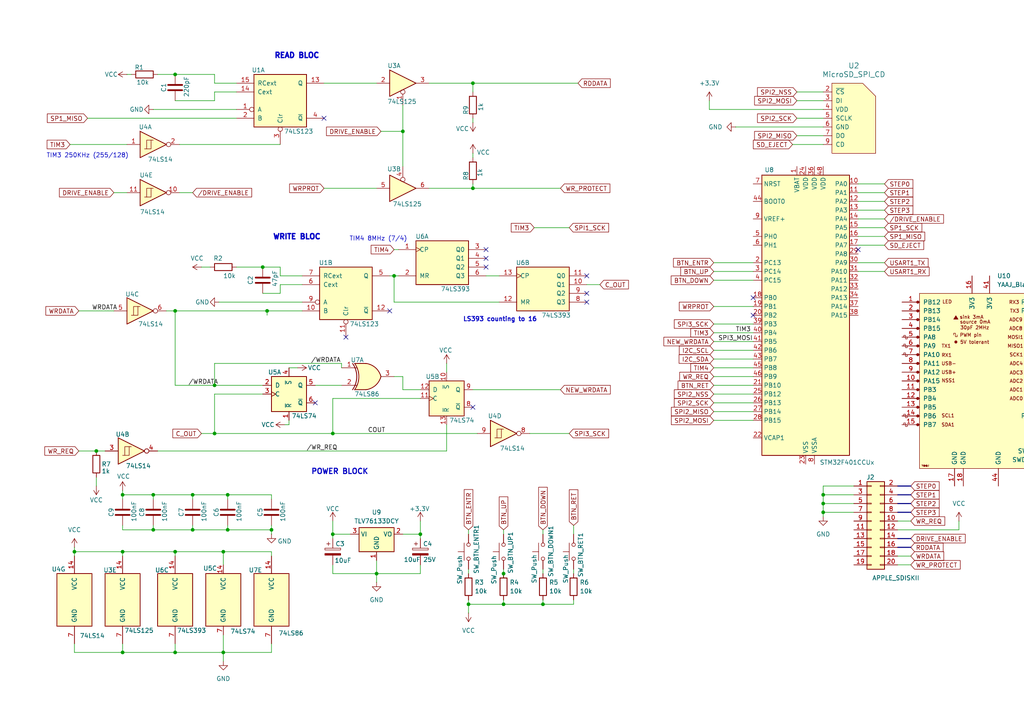
<source format=kicad_sch>
(kicad_sch (version 20231120) (generator "eeschema") (generator_version "8.0")
  (paper "A4")
  (title_block (title "APPLE II DISK EM STM32F401") (rev "17"))
  (junction (at 66.04 143.51))
  (junction (at 44.45 153.67))
  (junction (at 109.22 166.37))
  (junction (at 114.3 80.01))
  (junction (at 62.23 125.73))
  (junction (at 96.52 125.73))
  (junction (at 35.56 160.02))
  (junction (at 76.2 77.47))
  (junction (at 55.88 153.67))
  (junction (at 62.23 111.76))
  (junction (at 50.8 21.59))
  (junction (at 35.56 143.51))
  (junction (at 50.8 90.17))
  (junction (at 55.88 143.51))
  (junction (at 77.47 90.17))
  (junction (at 44.45 143.51))
  (junction (at 137.16 24.13))
  (junction (at 50.8 189.23))
  (junction (at 137.16 54.61))
  (junction (at 66.04 153.67))
  (junction (at 238.76 146.05))
  (junction (at 50.8 160.02))
  (junction (at 64.77 189.23))
  (junction (at 146.05 175.26))
  (junction (at 157.48 175.26))
  (junction (at 135.89 175.26))
  (junction (at 21.59 160.02))
  (junction (at 146.05 166.37))
  (junction (at 121.92 154.94))
  (junction (at 35.56 189.23))
  (junction (at 116.84 38.1))
  (junction (at 27.94 130.81))
  (junction (at 64.77 160.02))
  (junction (at 238.76 143.51))
  (junction (at 78.74 153.67))
  (junction (at 96.52 154.94))
  (junction (at 238.76 148.59))
  (no_connect (at 218.44 91.44))
  (no_connect (at 248.92 72.39))
  (no_connect (at 137.16 118.11))
  (no_connect (at 140.97 72.39))
  (no_connect (at 91.44 116.84))
  (no_connect (at 170.18 80.01))
  (no_connect (at 140.97 77.47))
  (no_connect (at 113.03 90.17))
  (no_connect (at 93.98 34.29))
  (no_connect (at 140.97 74.93))
  (no_connect (at 218.44 86.36))
  (no_connect (at 170.18 85.09))
  (no_connect (at 100.33 97.79))
  (no_connect (at 170.18 87.63))
  (wire (pts (xy 35.56 152.4) (xy 35.56 153.67)))
  (wire (pts (xy 35.56 186.69) (xy 35.56 189.23)))
  (wire (pts (xy 81.28 80.01) (xy 81.28 77.47)))
  (wire (pts (xy 109.22 162.56) (xy 109.22 166.37)))
  (wire (pts (xy 135.89 153.67) (xy 135.89 154.94)))
  (wire (pts (xy 124.46 54.61) (xy 137.16 54.61)))
  (wire (pts (xy 157.48 153.67) (xy 157.48 154.94)))
  (wire (pts (xy 116.84 113.03) (xy 116.84 109.22)))
  (wire (pts (xy 129.54 123.19) (xy 129.54 130.81)))
  (wire (pts (xy 248.92 60.96) (xy 256.54 60.96)))
  (wire (pts (xy 62.23 125.73) (xy 96.52 125.73)))
  (wire (pts (xy 137.16 113.03) (xy 162.56 113.03)))
  (wire (pts (xy 50.8 161.29) (xy 50.8 160.02)))
  (wire (pts (xy 116.84 109.22) (xy 114.3 109.22)))
  (wire (pts (xy 96.52 166.37) (xy 109.22 166.37)))
  (wire (pts (xy 52.07 55.88) (xy 55.88 55.88)))
  (wire (pts (xy 64.77 160.02) (xy 78.74 160.02)))
  (wire (pts (xy 166.37 165.1) (xy 166.37 166.37)))
  (wire (pts (xy 238.76 148.59) (xy 238.76 149.86)))
  (wire (pts (xy 77.47 90.17) (xy 77.47 91.44)))
  (wire (pts (xy 36.83 21.59) (xy 38.1 21.59)))
  (wire (pts (xy 35.56 161.29) (xy 35.56 160.02)))
  (wire (pts (xy 50.8 111.76) (xy 62.23 111.76)))
  (wire (pts (xy 137.16 44.45) (xy 137.16 45.72)))
  (wire (pts (xy 20.32 41.91) (xy 36.83 41.91)))
  (wire (pts (xy 153.67 125.73) (xy 165.1 125.73)))
  (wire (pts (xy 207.01 93.98) (xy 218.44 93.98)))
  (wire (pts (xy 96.52 125.73) (xy 138.43 125.73)))
  (wire (pts (xy 260.35 153.67) (xy 278.13 153.67)))
  (wire (pts (xy 248.92 53.34) (xy 256.54 53.34)))
  (wire (pts (xy 77.47 90.17) (xy 50.8 90.17)))
  (wire (pts (xy 116.84 154.94) (xy 121.92 154.94)))
  (wire (pts (xy 78.74 161.29) (xy 78.74 160.02)))
  (wire (pts (xy 116.84 38.1) (xy 116.84 48.26)))
  (wire (pts (xy 55.88 144.78) (xy 55.88 143.51)))
  (wire (pts (xy 21.59 158.75) (xy 21.59 160.02)))
  (wire (pts (xy 213.36 36.83) (xy 238.76 36.83)))
  (wire (pts (xy 137.16 24.13) (xy 137.16 26.67)))
  (wire (pts (xy 96.52 163.83) (xy 96.52 166.37)))
  (wire (pts (xy 238.76 143.51) (xy 247.65 143.51)))
  (wire (pts (xy 50.8 29.21) (xy 62.23 29.21)))
  (wire (pts (xy 35.56 189.23) (xy 50.8 189.23)))
  (wire (pts (xy 110.49 38.1) (xy 116.84 38.1)))
  (wire (pts (xy 207.01 76.2) (xy 218.44 76.2)))
  (wire (pts (xy 207.01 99.06) (xy 218.44 99.06)))
  (wire (pts (xy 35.56 143.51) (xy 35.56 144.78)))
  (wire (pts (xy 238.76 146.05) (xy 238.76 148.59)))
  (wire (pts (xy 62.23 29.21) (xy 62.23 26.67)))
  (wire (pts (xy 109.22 166.37) (xy 109.22 168.91)))
  (wire (pts (xy 137.16 54.61) (xy 162.56 54.61)))
  (wire (pts (xy 121.92 115.57) (xy 96.52 115.57)))
  (wire (pts (xy 55.88 152.4) (xy 55.88 153.67)))
  (wire (pts (xy 116.84 113.03) (xy 121.92 113.03)))
  (wire (pts (xy 146.05 165.1) (xy 146.05 166.37)))
  (wire (pts (xy 248.92 78.74) (xy 256.54 78.74)))
  (wire (pts (xy 137.16 53.34) (xy 137.16 54.61)))
  (wire (pts (xy 22.86 130.81) (xy 27.94 130.81)))
  (wire (pts (xy 140.97 80.01) (xy 144.78 80.01)))
  (wire (pts (xy 64.77 189.23) (xy 64.77 191.77)))
  (wire (pts (xy 248.92 63.5) (xy 256.54 63.5)))
  (wire (pts (xy 238.76 143.51) (xy 238.76 146.05)))
  (bus (pts (xy 260.35 143.51) (xy 264.16 143.51)))
  (wire (pts (xy 87.63 87.63) (xy 63.5 87.63)))
  (wire (pts (xy 78.74 186.69) (xy 78.74 189.23)))
  (wire (pts (xy 83.82 123.19) (xy 83.82 121.92)))
  (wire (pts (xy 157.48 175.26) (xy 166.37 175.26)))
  (bus (pts (xy 260.35 146.05) (xy 264.16 146.05)))
  (wire (pts (xy 62.23 24.13) (xy 68.58 24.13)))
  (bus (pts (xy 260.35 158.75) (xy 264.16 158.75)))
  (wire (pts (xy 21.59 161.29) (xy 21.59 160.02)))
  (wire (pts (xy 207.01 109.22) (xy 218.44 109.22)))
  (wire (pts (xy 35.56 142.24) (xy 35.56 143.51)))
  (wire (pts (xy 231.14 29.21) (xy 238.76 29.21)))
  (wire (pts (xy 248.92 76.2) (xy 256.54 76.2)))
  (wire (pts (xy 66.04 153.67) (xy 78.74 153.67)))
  (wire (pts (xy 247.65 140.97) (xy 238.76 140.97)))
  (wire (pts (xy 137.16 34.29) (xy 137.16 35.56)))
  (wire (pts (xy 114.3 80.01) (xy 115.57 80.01)))
  (wire (pts (xy 207.01 106.68) (xy 218.44 106.68)))
  (wire (pts (xy 52.07 41.91) (xy 81.28 41.91)))
  (wire (pts (xy 205.74 29.21) (xy 205.74 31.75)))
  (wire (pts (xy 114.3 72.39) (xy 115.57 72.39)))
  (wire (pts (xy 121.92 151.13) (xy 121.92 154.94)))
  (wire (pts (xy 66.04 144.78) (xy 66.04 143.51)))
  (wire (pts (xy 35.56 153.67) (xy 44.45 153.67)))
  (wire (pts (xy 146.05 167.64) (xy 146.05 166.37)))
  (wire (pts (xy 78.74 144.78) (xy 78.74 143.51)))
  (wire (pts (xy 27.94 138.43) (xy 27.94 140.97)))
  (wire (pts (xy 62.23 105.41) (xy 62.23 111.76)))
  (wire (pts (xy 91.44 111.76) (xy 99.06 111.76)))
  (wire (pts (xy 121.92 163.83) (xy 121.92 166.37)))
  (wire (pts (xy 76.2 85.09) (xy 81.28 85.09)))
  (wire (pts (xy 146.05 153.67) (xy 146.05 154.94)))
  (wire (pts (xy 207.01 114.3) (xy 218.44 114.3)))
  (wire (pts (xy 78.74 152.4) (xy 78.74 153.67)))
  (wire (pts (xy 62.23 26.67) (xy 68.58 26.67)))
  (wire (pts (xy 81.28 85.09) (xy 81.28 82.55)))
  (wire (pts (xy 62.23 114.3) (xy 62.23 125.73)))
  (wire (pts (xy 78.74 189.23) (xy 64.77 189.23)))
  (bus (pts (xy 260.35 156.21) (xy 264.16 156.21)))
  (wire (pts (xy 146.05 175.26) (xy 135.89 175.26)))
  (wire (pts (xy 96.52 154.94) (xy 96.52 156.21)))
  (wire (pts (xy 238.76 146.05) (xy 247.65 146.05)))
  (wire (pts (xy 146.05 173.99) (xy 146.05 175.26)))
  (wire (pts (xy 260.35 151.13) (xy 264.16 151.13)))
  (wire (pts (xy 50.8 160.02) (xy 35.56 160.02)))
  (wire (pts (xy 207.01 101.6) (xy 218.44 101.6)))
  (wire (pts (xy 64.77 163.83) (xy 64.77 160.02)))
  (wire (pts (xy 68.58 31.75) (xy 44.45 31.75)))
  (wire (pts (xy 166.37 152.4) (xy 166.37 154.94)))
  (wire (pts (xy 64.77 184.15) (xy 64.77 189.23)))
  (wire (pts (xy 62.23 21.59) (xy 62.23 24.13)))
  (wire (pts (xy 68.58 77.47) (xy 76.2 77.47)))
  (wire (pts (xy 22.86 90.17) (xy 33.02 90.17)))
  (wire (pts (xy 114.3 87.63) (xy 114.3 80.01)))
  (wire (pts (xy 121.92 166.37) (xy 109.22 166.37)))
  (wire (pts (xy 66.04 152.4) (xy 66.04 153.67)))
  (wire (pts (xy 78.74 153.67) (xy 78.74 154.94)))
  (wire (pts (xy 45.72 130.81) (xy 129.54 130.81)))
  (wire (pts (xy 99.06 105.41) (xy 99.06 106.68)))
  (wire (pts (xy 207.01 96.52) (xy 218.44 96.52)))
  (wire (pts (xy 137.16 24.13) (xy 167.64 24.13)))
  (wire (pts (xy 278.13 151.13) (xy 278.13 153.67)))
  (wire (pts (xy 207.01 81.28) (xy 218.44 81.28)))
  (wire (pts (xy 116.84 38.1) (xy 116.84 30.48)))
  (wire (pts (xy 166.37 173.99) (xy 166.37 175.26)))
  (wire (pts (xy 96.52 151.13) (xy 96.52 154.94)))
  (wire (pts (xy 21.59 160.02) (xy 35.56 160.02)))
  (wire (pts (xy 248.92 58.42) (xy 256.54 58.42)))
  (wire (pts (xy 205.74 31.75) (xy 238.76 31.75)))
  (wire (pts (xy 33.02 55.88) (xy 36.83 55.88)))
  (wire (pts (xy 87.63 80.01) (xy 81.28 80.01)))
  (wire (pts (xy 101.6 154.94) (xy 96.52 154.94)))
  (wire (pts (xy 207.01 88.9) (xy 218.44 88.9)))
  (wire (pts (xy 50.8 21.59) (xy 62.23 21.59)))
  (wire (pts (xy 62.23 105.41) (xy 99.06 105.41)))
  (wire (pts (xy 50.8 160.02) (xy 64.77 160.02)))
  (wire (pts (xy 62.23 111.76) (xy 76.2 111.76)))
  (wire (pts (xy 50.8 90.17) (xy 50.8 111.76)))
  (wire (pts (xy 207.01 104.14) (xy 218.44 104.14)))
  (bus (pts (xy 260.35 148.59) (xy 264.16 148.59)))
  (wire (pts (xy 146.05 175.26) (xy 157.48 175.26)))
  (wire (pts (xy 207.01 119.38) (xy 218.44 119.38)))
  (wire (pts (xy 260.35 163.83) (xy 264.16 163.83)))
  (wire (pts (xy 231.14 39.37) (xy 238.76 39.37)))
  (wire (pts (xy 248.92 71.12) (xy 256.54 71.12)))
  (wire (pts (xy 55.88 153.67) (xy 66.04 153.67)))
  (wire (pts (xy 207.01 121.92) (xy 218.44 121.92)))
  (wire (pts (xy 50.8 90.17) (xy 48.26 90.17)))
  (wire (pts (xy 25.4 34.29) (xy 68.58 34.29)))
  (wire (pts (xy 157.48 173.99) (xy 157.48 175.26)))
  (wire (pts (xy 238.76 148.59) (xy 247.65 148.59)))
  (wire (pts (xy 207.01 78.74) (xy 218.44 78.74)))
  (wire (pts (xy 77.47 90.17) (xy 87.63 90.17)))
  (wire (pts (xy 157.48 165.1) (xy 157.48 166.37)))
  (wire (pts (xy 207.01 116.84) (xy 218.44 116.84)))
  (wire (pts (xy 44.45 144.78) (xy 44.45 143.51)))
  (wire (pts (xy 248.92 68.58) (xy 256.54 68.58)))
  (wire (pts (xy 129.54 105.41) (xy 129.54 107.95)))
  (wire (pts (xy 135.89 175.26) (xy 135.89 177.8)))
  (wire (pts (xy 58.42 125.73) (xy 62.23 125.73)))
  (wire (pts (xy 82.55 123.19) (xy 83.82 123.19)))
  (wire (pts (xy 93.98 24.13) (xy 109.22 24.13)))
  (wire (pts (xy 113.03 80.01) (xy 114.3 80.01)))
  (wire (pts (xy 248.92 55.88) (xy 256.54 55.88)))
  (wire (pts (xy 93.98 54.61) (xy 109.22 54.61)))
  (wire (pts (xy 62.23 114.3) (xy 76.2 114.3)))
  (wire (pts (xy 45.72 21.59) (xy 50.8 21.59)))
  (wire (pts (xy 50.8 189.23) (xy 64.77 189.23)))
  (wire (pts (xy 81.28 77.47) (xy 76.2 77.47)))
  (wire (pts (xy 81.28 82.55) (xy 87.63 82.55)))
  (wire (pts (xy 44.45 153.67) (xy 55.88 153.67)))
  (wire (pts (xy 83.82 106.68) (xy 86.36 106.68)))
  (wire (pts (xy 207.01 111.76) (xy 218.44 111.76)))
  (wire (pts (xy 231.14 26.67) (xy 238.76 26.67)))
  (wire (pts (xy 50.8 186.69) (xy 50.8 189.23)))
  (bus (pts (xy 260.35 140.97) (xy 264.16 140.97)))
  (wire (pts (xy 170.18 82.55) (xy 173.99 82.55)))
  (wire (pts (xy 248.92 66.04) (xy 256.54 66.04)))
  (wire (pts (xy 44.45 152.4) (xy 44.45 153.67)))
  (wire (pts (xy 96.52 115.57) (xy 96.52 125.73)))
  (wire (pts (xy 135.89 173.99) (xy 135.89 175.26)))
  (wire (pts (xy 135.89 165.1) (xy 135.89 166.37)))
  (wire (pts (xy 260.35 161.29) (xy 264.16 161.29)))
  (wire (pts (xy 44.45 143.51) (xy 35.56 143.51)))
  (wire (pts (xy 66.04 143.51) (xy 55.88 143.51)))
  (wire (pts (xy 154.94 66.04) (xy 165.1 66.04)))
  (wire (pts (xy 58.42 77.47) (xy 60.96 77.47)))
  (wire (pts (xy 238.76 140.97) (xy 238.76 143.51)))
  (wire (pts (xy 55.88 143.51) (xy 44.45 143.51)))
  (wire (pts (xy 121.92 154.94) (xy 121.92 156.21)))
  (wire (pts (xy 144.78 87.63) (xy 114.3 87.63)))
  (wire (pts (xy 124.46 24.13) (xy 137.16 24.13)))
  (wire (pts (xy 21.59 186.69) (xy 21.59 189.23)))
  (wire (pts (xy 231.14 34.29) (xy 238.76 34.29)))
  (wire (pts (xy 27.94 130.81) (xy 30.48 130.81)))
  (wire (pts (xy 229.87 41.91) (xy 238.76 41.91)))
  (wire (pts (xy 21.59 189.23) (xy 35.56 189.23)))
  (wire (pts (xy 78.74 143.51) (xy 66.04 143.51)))
  (text "READ BLOC\n" (at 86.106 16.256 0) (effects (font (size 1.524 1.524) (thickness 0.508) (bold yes))))
  (text "LS393 counting to 16" (at 145.034 92.71 0) (effects (font (size 1.27 1.27) (bold yes))))
  (text "WRITE BLOC\n" (at 86.106 68.834 0) (effects (font (size 1.524 1.524) (thickness 0.508) (bold yes))))
  (text "POWER BLOCK" (at 98.552 136.906 0) (effects (font (size 1.524 1.524) (thickness 0.3048) (bold yes))))
  (text "TIM3 250KHz (255/128)" (at 25.4 45.212 0) (effects (font (size 1.27 1.27))))
  (text "TIM4 8MHz (7/4)" (at 109.728 69.342 0) (effects (font (size 1.27 1.27))))
  (label "WRDATA" (at 26.67 90.17 0))
  (label "SPI3_MOSI" (at 208.28 99.06 0))
  (label "{slash}WRDATA" (at 54.61 111.76 0))
  (label "{slash}WR_REQ" (at 88.9 130.81 0))
  (label "TIM3" (at 213.36 96.52 0))
  (label "{slash}WRDATA" (at 90.17 105.41 0))
  (label "COUT" (at 106.68 125.73 0))
  (global_label "SPI2_MOSI" (shape input) (at 207.01 121.92 180) (property "Intersheetrefs" "${INTERSHEET_REFS}" (effects (hide yes))))
  (global_label "STEP3" (shape input) (at 264.16 148.59 0) (property "Intersheetrefs" "${INTERSHEET_REFS}" (effects (hide yes))))
  (global_label "TIM3" (shape input) (at 20.32 41.91 180) (property "Intersheetrefs" "${INTERSHEET_REFS}" (effects (hide yes))))
  (global_label "WR_REQ" (shape input) (at 22.86 130.81 180) (property "Intersheetrefs" "${INTERSHEET_REFS}" (effects (hide yes))))
  (global_label "STEP2" (shape input) (at 256.54 58.42 0) (property "Intersheetrefs" "${INTERSHEET_REFS}" (effects (hide yes))))
  (global_label "BTN_DOWN" (shape input) (at 207.01 81.28 180) (property "Intersheetrefs" "${INTERSHEET_REFS}" (effects (hide yes))))
  (global_label "SP1_SCK" (shape input) (at 256.54 66.04 0) (property "Intersheetrefs" "${INTERSHEET_REFS}" (effects (hide yes))))
  (global_label "STEP0" (shape input) (at 264.16 140.97 0) (property "Intersheetrefs" "${INTERSHEET_REFS}" (effects (hide yes))))
  (global_label "NEW_WRDATA" (shape input) (at 162.56 113.03 0) (property "Intersheetrefs" "${INTERSHEET_REFS}" (effects (hide yes))))
  (global_label "WRPROT" (shape input) (at 93.98 54.61 180) (property "Intersheetrefs" "${INTERSHEET_REFS}" (effects (hide yes))))
  (global_label "TIM3" (shape input) (at 207.01 96.52 180) (property "Intersheetrefs" "${INTERSHEET_REFS}" (effects (hide yes))))
  (global_label "SP1_MISO" (shape input) (at 256.54 68.58 0) (property "Intersheetrefs" "${INTERSHEET_REFS}" (effects (hide yes))))
  (global_label "STEP2" (shape input) (at 264.16 146.05 0) (property "Intersheetrefs" "${INTERSHEET_REFS}" (effects (hide yes))))
  (global_label "TIM4" (shape input) (at 114.3 72.39 180) (property "Intersheetrefs" "${INTERSHEET_REFS}" (effects (hide yes))))
  (global_label "BTN_UP" (shape input) (at 207.01 78.74 180) (property "Intersheetrefs" "${INTERSHEET_REFS}" (effects (hide yes))))
  (global_label "STEP1" (shape input) (at 256.54 55.88 0) (property "Intersheetrefs" "${INTERSHEET_REFS}" (effects (hide yes))))
  (global_label "TIM3" (shape input) (at 154.94 66.04 180) (property "Intersheetrefs" "${INTERSHEET_REFS}" (effects (hide yes))))
  (global_label "STEP3" (shape input) (at 256.54 60.96 0) (property "Intersheetrefs" "${INTERSHEET_REFS}" (effects (hide yes))))
  (global_label "BTN_UP" (shape input) (at 146.05 153.67 90) (property "Intersheetrefs" "${INTERSHEET_REFS}" (effects (hide yes))))
  (global_label "WRDATA" (shape input) (at 22.86 90.17 180) (property "Intersheetrefs" "${INTERSHEET_REFS}" (effects (hide yes))))
  (global_label "SPI2_MISO" (shape input) (at 207.01 119.38 180) (property "Intersheetrefs" "${INTERSHEET_REFS}" (effects (hide yes))))
  (global_label "SD_EJECT" (shape input) (at 229.87 41.91 180) (property "Intersheetrefs" "${INTERSHEET_REFS}" (effects (hide yes))))
  (global_label "BTN_RET" (shape input) (at 207.01 111.76 180) (property "Intersheetrefs" "${INTERSHEET_REFS}" (effects (hide yes))))
  (global_label "TIM4" (shape input) (at 207.01 106.68 180) (property "Intersheetrefs" "${INTERSHEET_REFS}" (effects (hide yes))))
  (global_label "{slash}DRIVE_ENABLE" (shape input) (at 256.54 63.5 0) (property "Intersheetrefs" "${INTERSHEET_REFS}" (effects (hide yes))))
  (global_label "WRDATA" (shape input) (at 264.16 161.29 0) (property "Intersheetrefs" "${INTERSHEET_REFS}" (effects (hide yes))))
  (global_label "STEP0" (shape input) (at 256.54 53.34 0) (property "Intersheetrefs" "${INTERSHEET_REFS}" (effects (hide yes))))
  (global_label "RDDATA" (shape input) (at 264.16 158.75 0) (property "Intersheetrefs" "${INTERSHEET_REFS}" (effects (hide yes))))
  (global_label "I2C_SCL" (shape input) (at 207.01 101.6 180) (property "Intersheetrefs" "${INTERSHEET_REFS}" (effects (hide yes))))
  (global_label "{slash}DRIVE_ENABLE" (shape input) (at 55.88 55.88 0) (property "Intersheetrefs" "${INTERSHEET_REFS}" (effects (hide yes))))
  (global_label "WR_REQ" (shape input) (at 264.16 151.13 0) (property "Intersheetrefs" "${INTERSHEET_REFS}" (effects (hide yes))))
  (global_label "BTN_ENTR" (shape input) (at 207.01 76.2 180) (property "Intersheetrefs" "${INTERSHEET_REFS}" (effects (hide yes))))
  (global_label "C_OUT" (shape input) (at 173.99 82.55 0) (property "Intersheetrefs" "${INTERSHEET_REFS}" (effects (hide yes))))
  (global_label "SPI2_SCK" (shape input) (at 231.14 34.29 180) (property "Intersheetrefs" "${INTERSHEET_REFS}" (effects (hide yes))))
  (global_label "SPI1_SCK" (shape input) (at 165.1 66.04 0) (property "Intersheetrefs" "${INTERSHEET_REFS}" (effects (hide yes))))
  (global_label "WRPROT" (shape input) (at 207.01 88.9 180) (property "Intersheetrefs" "${INTERSHEET_REFS}" (effects (hide yes))))
  (global_label "USART1_TX" (shape input) (at 256.54 76.2 0) (property "Intersheetrefs" "${INTERSHEET_REFS}" (effects (hide yes))))
  (global_label "USART1_RX" (shape input) (at 256.54 78.74 0) (property "Intersheetrefs" "${INTERSHEET_REFS}" (effects (hide yes))))
  (global_label "SPI2_NSS" (shape input) (at 207.01 114.3 180) (property "Intersheetrefs" "${INTERSHEET_REFS}" (effects (hide yes))))
  (global_label "SPI2_MOSI" (shape input) (at 231.14 29.21 180) (property "Intersheetrefs" "${INTERSHEET_REFS}" (effects (hide yes))))
  (global_label "WR_PROTECT" (shape input) (at 264.16 163.83 0) (property "Intersheetrefs" "${INTERSHEET_REFS}" (effects (hide yes))))
  (global_label "I2C_SDA" (shape input) (at 207.01 104.14 180) (property "Intersheetrefs" "${INTERSHEET_REFS}" (effects (hide yes))))
  (global_label "SPI2_MISO" (shape input) (at 231.14 39.37 180) (property "Intersheetrefs" "${INTERSHEET_REFS}" (effects (hide yes))))
  (global_label "SP1_MISO" (shape input) (at 25.4 34.29 180) (property "Intersheetrefs" "${INTERSHEET_REFS}" (effects (hide yes))))
  (global_label "C_OUT" (shape input) (at 58.42 125.73 180) (property "Intersheetrefs" "${INTERSHEET_REFS}" (effects (hide yes))))
  (global_label "DRIVE_ENABLE" (shape input) (at 110.49 38.1 180) (property "Intersheetrefs" "${INTERSHEET_REFS}" (effects (hide yes))))
  (global_label "DRIVE_ENABLE" (shape input) (at 33.02 55.88 180) (property "Intersheetrefs" "${INTERSHEET_REFS}" (effects (hide yes))))
  (global_label "SPI3_SCK" (shape input) (at 165.1 125.73 0) (property "Intersheetrefs" "${INTERSHEET_REFS}" (effects (hide yes))))
  (global_label "SPI2_SCK" (shape input) (at 207.01 116.84 180) (property "Intersheetrefs" "${INTERSHEET_REFS}" (effects (hide yes))))
  (global_label "WR_PROTECT" (shape input) (at 162.56 54.61 0) (property "Intersheetrefs" "${INTERSHEET_REFS}" (effects (hide yes))))
  (global_label "BTN_ENTR" (shape input) (at 135.89 153.67 90) (property "Intersheetrefs" "${INTERSHEET_REFS}" (effects (hide yes))))
  (global_label "STEP1" (shape input) (at 264.16 143.51 0) (property "Intersheetrefs" "${INTERSHEET_REFS}" (effects (hide yes))))
  (global_label "NEW_WRDATA" (shape input) (at 207.01 99.06 180) (property "Intersheetrefs" "${INTERSHEET_REFS}" (effects (hide yes))))
  (global_label "WR_REQ" (shape input) (at 207.01 109.22 180) (property "Intersheetrefs" "${INTERSHEET_REFS}" (effects (hide yes))))
  (global_label "BTN_RET" (shape input) (at 166.37 152.4 90) (property "Intersheetrefs" "${INTERSHEET_REFS}" (effects (hide yes))))
  (global_label "SD_EJECT" (shape input) (at 256.54 71.12 0) (property "Intersheetrefs" "${INTERSHEET_REFS}" (effects (hide yes))))
  (global_label "SPI3_SCK" (shape input) (at 207.01 93.98 180) (property "Intersheetrefs" "${INTERSHEET_REFS}" (effects (hide yes))))
  (global_label "RDDATA" (shape input) (at 167.64 24.13 0) (property "Intersheetrefs" "${INTERSHEET_REFS}" (effects (hide yes))))
  (global_label "DRIVE_ENABLE" (shape input) (at 264.16 156.21 0) (property "Intersheetrefs" "${INTERSHEET_REFS}" (effects (hide yes))))
  (global_label "SPI2_NSS" (shape input) (at 231.14 26.67 180) (property "Intersheetrefs" "${INTERSHEET_REFS}" (effects (hide yes))))
  (global_label "BTN_DOWN" (shape input) (at 157.48 153.67 90) (property "Intersheetrefs" "${INTERSHEET_REFS}" (effects (hide yes))))
  (symbol (lib_id "74xx:74LS14") (at 21.59 173.99 0) (unit 7)
    (property "Reference" "U4" (at 14.986 165.1 0) (effects (justify left)))
    (property "Value" "74LS14" (at 23.114 184.404 0) (effects (justify left)))
    (property "Footprint" "Package_DIP:DIP-14_W7.62mm" (effects (hide yes)))
    (property "Datasheet" "http://www.ti.com/lit/gpn/sn74LS14" (effects (hide yes)))
    (property "Description" "Hex inverter schmitt trigger" (effects (hide yes)))
  )
  (symbol (lib_id "Device:R") (at 166.37 170.18 0) (unit 1)
    (property "Reference" "R6" (at 168.148 168.91 0) (effects (justify left)))
    (property "Value" "10k" (at 168.148 171.45 0) (effects (justify left)))
    (property "Footprint" "Resistor_THT:R_Axial_DIN0207_L6.3mm_D2.5mm_P7.62mm_Horizontal" (effects (hide yes)))
    (property "Description" "Resistor" (effects (hide yes)))
  )
  (symbol (lib_id "MCU_ST_STM32F4:STM32F401CCUx") (at 233.68 91.44 0) (unit 1)
    (property "Reference" "U8" (at 221.742 49.276 0) (effects (justify left)))
    (property "Value" "STM32F401CCUx" (at 237.744 134.112 0) (effects (justify left)))
    (property "Footprint" "Package_DFN_QFN:QFN-48-1EP_7x7mm_P0.5mm_EP5.6x5.6mm" (effects (hide yes)))
    (property "Datasheet" "https://www.st.com/resource/en/datasheet/stm32f401cc.pdf" (effects (hide yes)))
    (property "Description" "STMicroelectronics Arm Cortex-M4 MCU, 256KB flash, 64KB RAM, 84 MHz, 1.7-3.6V, 36 GPIO, UFQFPN48" (effects (hide yes)))
  )
  (symbol (lib_id "power:VCC") (at 137.16 35.56 180) (unit 1)
    (property "Reference" "#PWR06" (effects (hide yes)))
    (property "Value" "VCC" (at 134.112 37.338 0))
    (property "Description" "Power symbol creates a global label with name \"VCC\"" (effects (hide yes)))
  )
  (symbol (lib_id "74xx:74LS123") (at 100.33 85.09 0) (unit 2)
    (property "Reference" "U1" (at 94.488 76.2 0))
    (property "Value" "74LS123" (at 105.664 93.98 0))
    (property "Footprint" "Package_DIP:DIP-16_W7.62mm" (effects (hide yes)))
    (property "Datasheet" "http://www.ti.com/lit/gpn/sn74LS123" (effects (hide yes)))
    (property "Description" "Dual retriggerable Monostable" (effects (hide yes)))
  )
  (symbol (lib_id "power:GND") (at 44.45 31.75 270) (unit 1)
    (property "Reference" "#PWR04" (effects (hide yes)))
    (property "Value" "GND" (at 39.624 31.75 90))
    (property "Description" "Power symbol creates a global label with name \"GND\" , ground" (effects (hide yes)))
  )
  (symbol (lib_id "74xx:74LS125") (at 116.84 54.61 0) (mirror x) (unit 2)
    (property "Reference" "U3" (at 114.3 49.022 0))
    (property "Value" "74LS125" (at 118.11 59.182 0))
    (property "Footprint" "Package_DIP:DIP-14_W7.62mm" (effects (hide yes)))
    (property "Datasheet" "http://www.ti.com/lit/gpn/sn74LS125" (effects (hide yes)))
    (property "Description" "Quad buffer 3-State outputs" (effects (hide yes)))
  )
  (symbol (lib_id "74xx:74LS14") (at 44.45 55.88 0) (unit 5)
    (property "Reference" "U4" (at 42.418 50.8 0))
    (property "Value" "74LS14" (at 44.196 61.468 0))
    (property "Footprint" "Package_DIP:DIP-14_W7.62mm" (effects (hide yes)))
    (property "Datasheet" "http://www.ti.com/lit/gpn/sn74LS14" (effects (hide yes)))
    (property "Description" "Hex inverter schmitt trigger" (effects (hide yes)))
  )
  (symbol (lib_id "power:GND") (at 64.77 191.77 0) (unit 1)
    (property "Reference" "#PWR03" (effects (hide yes)))
    (property "Value" "GND" (at 64.77 196.85 0))
    (property "Description" "Power symbol creates a global label with name \"GND\" , ground" (effects (hide yes)))
  )
  (symbol (lib_id "74xx:74LS14") (at 40.64 90.17 0) (unit 3)
    (property "Reference" "U4" (at 38.354 85.344 0))
    (property "Value" "74LS14" (at 43.688 93.98 0))
    (property "Footprint" "Package_DIP:DIP-14_W7.62mm" (effects (hide yes)))
    (property "Datasheet" "http://www.ti.com/lit/gpn/sn74LS14" (effects (hide yes)))
    (property "Description" "Hex inverter schmitt trigger" (effects (hide yes)))
  )
  (symbol (lib_id "74xx:74LS393") (at 50.8 173.99 0) (unit 3)
    (property "Reference" "U6" (at 44.958 165.354 0) (effects (justify left)))
    (property "Value" "74LS393" (at 51.308 182.88 0) (effects (justify left)))
    (property "Footprint" "Package_DIP:DIP-14_W7.62mm" (effects (hide yes)))
    (property "Datasheet" "74xx\\74LS393.pdf" (effects (hide yes)))
    (property "Description" "Dual BCD 4-bit counter" (effects (hide yes)))
  )
  (symbol (lib_id "Device:R") (at 135.89 170.18 0) (unit 1)
    (property "Reference" "R3" (at 137.668 168.91 0) (effects (justify left)))
    (property "Value" "10k" (at 137.668 171.45 0) (effects (justify left)))
    (property "Footprint" "Resistor_THT:R_Axial_DIN0207_L6.3mm_D2.5mm_P7.62mm_Horizontal" (effects (hide yes)))
    (property "Description" "Resistor" (effects (hide yes)))
  )
  (symbol (lib_id "Device:C_Polarized") (at 121.92 160.02 0) (unit 1)
    (property "Reference" "C4" (at 122.682 157.734 0) (effects (justify left)))
    (property "Value" "10uF 25V" (at 117.094 162.306 0) (effects (justify left)))
    (property "Footprint" "Capacitor_THT:CP_Radial_D5.0mm_P2.50mm" (effects (hide yes)))
    (property "Description" "Polarized capacitor" (effects (hide yes)))
  )
  (symbol (lib_id "74xx:74LS74") (at 64.77 173.99 0) (unit 3)
    (property "Reference" "U5" (at 58.928 164.846 0) (effects (justify left)))
    (property "Value" "74LS74" (at 66.802 183.134 0) (effects (justify left)))
    (property "Footprint" "Package_DIP:DIP-14_W7.62mm" (effects (hide yes)))
    (property "Datasheet" "74xx/74hc_hct74.pdf" (effects (hide yes)))
    (property "Description" "Dual D Flip-flop, Set & Reset" (effects (hide yes)))
  )
  (symbol (lib_id "Device:R") (at 137.16 30.48 0) (unit 1)
    (property "Reference" "R9" (at 135.128 33.274 90) (effects (justify left)))
    (property "Value" "1k" (at 139.446 32.258 90) (effects (justify left)))
    (property "Footprint" "Resistor_THT:R_Axial_DIN0207_L6.3mm_D2.5mm_P7.62mm_Horizontal" (effects (hide yes)))
    (property "Description" "Resistor" (effects (hide yes)))
  )
  (symbol (lib_id "Switch:SW_Push") (at 157.48 160.02 90) (unit 1)
    (property "Reference" "SW_BTN_DOWN1" (at 159.766 152.4 0) (effects (justify right)))
    (property "Value" "SW_Push" (at 154.94 160.782 0) (effects (justify right)))
    (property "Footprint" "Button_Switch_THT:SW_PUSH_6mm" (effects (hide yes)))
    (property "Description" "Push button switch, generic, two pins" (effects (hide yes)))
  )
  (symbol (lib_id "power:VCC") (at 36.83 21.59 90) (unit 1)
    (property "Reference" "#PWR01" (effects (hide yes)))
    (property "Value" "VCC" (at 32.258 21.59 90))
    (property "Description" "Power symbol creates a global label with name \"VCC\"" (effects (hide yes)))
  )
  (symbol (lib_id "74xx:74LS74") (at 83.82 114.3 0) (unit 1)
    (property "Reference" "U5" (at 77.724 107.95 0) (effects (justify left)))
    (property "Value" "74LS74" (at 84.582 120.65 0) (effects (justify left)))
    (property "Footprint" "Package_DIP:DIP-14_W7.62mm" (effects (hide yes)))
    (property "Datasheet" "74xx/74hc_hct74.pdf" (effects (hide yes)))
    (property "Description" "Dual D Flip-flop, Set & Reset" (effects (hide yes)))
  )
  (symbol (lib_id "Device:R") (at 27.94 134.62 0) (unit 1)
    (property "Reference" "R7" (at 29.464 134.62 0) (effects (justify left)))
    (property "Value" "1k" (at 29.464 136.652 0) (effects (justify left)))
    (property "Footprint" "Resistor_THT:R_Axial_DIN0207_L6.3mm_D2.5mm_P7.62mm_Horizontal" (effects (hide yes)))
    (property "Description" "Resistor" (effects (hide yes)))
  )
  (symbol (lib_id "power:VCC") (at 82.55 123.19 90) (unit 1)
    (property "Reference" "#PWR012" (effects (hide yes)))
    (property "Value" "VCC" (at 77.724 123.19 90))
    (property "Description" "Power symbol creates a global label with name \"VCC\"" (effects (hide yes)))
  )
  (symbol (lib_id "74xx:74LS393") (at 157.48 82.55 0) (unit 2)
    (property "Reference" "U6" (at 151.638 76.2 0))
    (property "Value" "74LS393" (at 161.29 91.44 0))
    (property "Footprint" "Package_DIP:DIP-14_W7.62mm" (effects (hide yes)))
    (property "Datasheet" "74xx\\74LS393.pdf" (effects (hide yes)))
    (property "Description" "Dual BCD 4-bit counter" (effects (hide yes)))
  )
  (symbol (lib_id "74xx:74LS14") (at 44.45 41.91 0) (unit 1)
    (property "Reference" "U4" (at 42.164 36.83 0))
    (property "Value" "74LS14" (at 46.482 46.228 0))
    (property "Footprint" "Package_DIP:DIP-14_W7.62mm" (effects (hide yes)))
    (property "Datasheet" "http://www.ti.com/lit/gpn/sn74LS14" (effects (hide yes)))
    (property "Description" "Hex inverter schmitt trigger" (effects (hide yes)))
  )
  (symbol (lib_id "Device:C") (at 66.04 148.59 0) (unit 1)
    (property "Reference" "C6" (at 62.738 148.59 90))
    (property "Value" "100nF" (at 69.342 148.336 90))
    (property "Footprint" "Capacitor_THT:C_Disc_D5.0mm_W2.5mm_P5.00mm" (effects (hide yes)))
    (property "Description" "Unpolarized capacitor" (effects (hide yes)))
  )
  (symbol (lib_id "74xx:74LS123") (at 81.28 29.21 0) (unit 1)
    (property "Reference" "U1" (at 74.93 20.32 0))
    (property "Value" "74LS123" (at 86.614 38.1 0))
    (property "Footprint" "Package_DIP:DIP-16_W7.62mm" (effects (hide yes)))
    (property "Datasheet" "http://www.ti.com/lit/gpn/sn74LS123" (effects (hide yes)))
    (property "Description" "Dual retriggerable Monostable" (effects (hide yes)))
  )
  (symbol (lib_id "74xx:74LS14") (at 146.05 125.73 0) (unit 4)
    (property "Reference" "U4" (at 143.51 120.65 0))
    (property "Value" "74LS14" (at 148.59 130.048 0))
    (property "Footprint" "Package_DIP:DIP-14_W7.62mm" (effects (hide yes)))
    (property "Datasheet" "http://www.ti.com/lit/gpn/sn74LS14" (effects (hide yes)))
    (property "Description" "Hex inverter schmitt trigger" (effects (hide yes)))
  )
  (symbol (lib_id "power:GND") (at 63.5 87.63 270) (unit 1)
    (property "Reference" "#PWR019" (effects (hide yes)))
    (property "Value" "GND" (at 58.674 87.63 90))
    (property "Description" "Power symbol creates a global label with name \"GND\" , ground" (effects (hide yes)))
  )
  (symbol (lib_id "power:+3.3V") (at 205.74 29.21 0) (unit 1)
    (property "Reference" "#PWR010" (effects (hide yes)))
    (property "Value" "+3.3V" (at 205.74 24.13 0))
    (property "Description" "Power symbol creates a global label with name \"+3.3V\"" (effects (hide yes)))
  )
  (symbol (lib_id "power:VCC") (at 58.42 77.47 90) (unit 1)
    (property "Reference" "#PWR014" (effects (hide yes)))
    (property "Value" "VCC" (at 57.15 74.93 90))
    (property "Description" "Power symbol creates a global label with name \"VCC\"" (effects (hide yes)))
  )
  (symbol (lib_id "74xx:74LS74") (at 129.54 115.57 0) (unit 2)
    (property "Reference" "U5" (at 123.444 109.22 0) (effects (justify left)))
    (property "Value" "74LS74" (at 130.302 121.92 0) (effects (justify left)))
    (property "Footprint" "Package_DIP:DIP-14_W7.62mm" (effects (hide yes)))
    (property "Datasheet" "74xx/74hc_hct74.pdf" (effects (hide yes)))
    (property "Description" "Dual D Flip-flop, Set & Reset" (effects (hide yes)))
  )
  (symbol (lib_id "YAAJ_BlackPill_SWD_Breakout:YAAJ_BlackPill_SWD_Breakout") (at 284.48 110.49 0) (unit 1)
    (property "Reference" "U10" (at 289.2141 80.01 0) (effects (justify left)))
    (property "Value" "YAAJ_BlackPill_SWD_Breakout" (at 289.2141 82.55 0) (effects (justify left)))
    (property "Description" "STM32 Blue Pill ; KLC compliant ; SWD port broken out" (effects (hide yes)))
  )
  (symbol (lib_id "Device:R") (at 41.91 21.59 270) (unit 1)
    (property "Reference" "R1" (at 40.386 19.558 90))
    (property "Value" "10k" (at 41.402 23.876 90))
    (property "Footprint" "Resistor_THT:R_Axial_DIN0207_L6.3mm_D2.5mm_P7.62mm_Horizontal" (effects (hide yes)))
    (property "Description" "Resistor" (effects (hide yes)))
  )
  (symbol (lib_id "power:VCC") (at 86.36 106.68 270) (unit 1)
    (property "Reference" "#PWR016" (effects (hide yes)))
    (property "Value" "VCC" (at 91.186 106.68 90))
    (property "Description" "Power symbol creates a global label with name \"VCC\"" (effects (hide yes)))
  )
  (symbol (lib_id "power:VCC") (at 129.54 105.41 0) (unit 1)
    (property "Reference" "#PWR018" (effects (hide yes)))
    (property "Value" "VCC" (at 129.286 101.6 0))
    (property "Description" "Power symbol creates a global label with name \"VCC\"" (effects (hide yes)))
  )
  (symbol (lib_id "Device:C") (at 55.88 148.59 0) (unit 1)
    (property "Reference" "C7" (at 52.578 148.59 90))
    (property "Value" "100nF" (at 59.182 148.336 90))
    (property "Footprint" "Capacitor_THT:C_Disc_D5.0mm_W2.5mm_P5.00mm" (effects (hide yes)))
    (property "Description" "Unpolarized capacitor" (effects (hide yes)))
  )
  (symbol (lib_id "Device:C") (at 44.45 148.59 0) (unit 1)
    (property "Reference" "C8" (at 41.148 148.59 90))
    (property "Value" "100nF" (at 47.752 148.336 90))
    (property "Footprint" "Capacitor_THT:C_Disc_D5.0mm_W2.5mm_P5.00mm" (effects (hide yes)))
    (property "Description" "Unpolarized capacitor" (effects (hide yes)))
  )
  (symbol (lib_id "Switch:SW_Push") (at 166.37 160.02 90) (unit 1)
    (property "Reference" "SW_BTN_RET1" (at 168.402 154.432 0) (effects (justify right)))
    (property "Value" "SW_Push" (at 164.084 160.782 0) (effects (justify right)))
    (property "Footprint" "Button_Switch_THT:SW_PUSH_6mm" (effects (hide yes)))
    (property "Description" "Push button switch, generic, two pins" (effects (hide yes)))
  )
  (symbol (lib_id "74xx:74LS14") (at 38.1 130.81 0) (unit 2)
    (property "Reference" "U4" (at 35.56 125.984 0))
    (property "Value" "74LS14" (at 40.132 135.128 0))
    (property "Footprint" "Package_DIP:DIP-14_W7.62mm" (effects (hide yes)))
    (property "Datasheet" "http://www.ti.com/lit/gpn/sn74LS14" (effects (hide yes)))
    (property "Description" "Hex inverter schmitt trigger" (effects (hide yes)))
  )
  (symbol (lib_id "Device:C") (at 76.2 81.28 180) (unit 1)
    (property "Reference" "C2" (at 72.644 81.28 90))
    (property "Value" "47pF" (at 79.756 80.772 90))
    (property "Footprint" "Capacitor_THT:C_Disc_D5.0mm_W2.5mm_P5.00mm" (effects (hide yes)))
    (property "Description" "Unpolarized capacitor" (effects (hide yes)))
  )
  (symbol (lib_id "Device:C") (at 50.8 25.4 0) (unit 1)
    (property "Reference" "C1" (at 47.498 25.4 90))
    (property "Value" "220pF" (at 54.102 25.146 90))
    (property "Footprint" "Capacitor_THT:C_Disc_D5.0mm_W2.5mm_P5.00mm" (effects (hide yes)))
    (property "Description" "Unpolarized capacitor" (effects (hide yes)))
  )
  (symbol (lib_id "Connector_Generic:Conn_02x10_Odd_Even") (at 252.73 151.13 0) (unit 1)
    (property "Reference" "J2" (at 252.476 138.43 0))
    (property "Value" "APPLE_SDISKII" (at 259.842 167.64 0))
    (property "Footprint" "Connector_IDC:IDC-Header_2x10_P2.54mm_Vertical" (effects (hide yes)))
    (property "Description" "Generic connector, double row, 02x10, odd/even pin numbering scheme (row 1 odd numbers, row 2 even numbers), script generated (kicad-library-utils/schlib/autogen/connector/)" (effects (hide yes)))
  )
  (symbol (lib_id "Switch:SW_Push") (at 135.89 160.02 90) (unit 1)
    (property "Reference" "SW_BTN_ENTR1" (at 138.176 152.146 0) (effects (justify right)))
    (property "Value" "SW_Push" (at 133.35 161.036 0) (effects (justify right)))
    (property "Footprint" "Button_Switch_THT:SW_PUSH_6mm" (effects (hide yes)))
    (property "Description" "Push button switch, generic, two pins" (effects (hide yes)))
  )
  (symbol (lib_id "Device:C") (at 35.56 148.59 0) (unit 1)
    (property "Reference" "C9" (at 32.258 148.59 90))
    (property "Value" "100nF" (at 38.862 148.336 90))
    (property "Footprint" "Capacitor_THT:C_Disc_D5.0mm_W2.5mm_P5.00mm" (effects (hide yes)))
    (property "Description" "Unpolarized capacitor" (effects (hide yes)))
  )
  (symbol (lib_id "74xx:74LS393") (at 128.27 74.93 0) (unit 1)
    (property "Reference" "U6" (at 122.428 68.58 0))
    (property "Value" "74LS393" (at 132.08 83.82 0))
    (property "Footprint" "Package_DIP:DIP-14_W7.62mm" (effects (hide yes)))
    (property "Datasheet" "74xx\\74LS393.pdf" (effects (hide yes)))
    (property "Description" "Dual BCD 4-bit counter" (effects (hide yes)))
  )
  (symbol (lib_id "power:VCC") (at 35.56 142.24 0) (unit 1)
    (property "Reference" "#PWR022" (effects (hide yes)))
    (property "Value" "VCC" (at 35.814 138.176 0))
    (property "Description" "Power symbol creates a global label with name \"VCC\"" (effects (hide yes)))
  )
  (symbol (lib_id "Device:C") (at 78.74 148.59 0) (unit 1)
    (property "Reference" "C5" (at 75.438 148.59 90))
    (property "Value" "100nF" (at 82.042 148.336 90))
    (property "Footprint" "Capacitor_THT:C_Disc_D5.0mm_W2.5mm_P5.00mm" (effects (hide yes)))
    (property "Description" "Unpolarized capacitor" (effects (hide yes)))
  )
  (symbol (lib_id "power:VCC") (at 27.94 140.97 180) (unit 1)
    (property "Reference" "#PWR021" (effects (hide yes)))
    (property "Value" "VCC" (at 27.94 145.034 0))
    (property "Description" "Power symbol creates a global label with name \"VCC\"" (effects (hide yes)))
  )
  (symbol (lib_id "74xx:74LS86") (at 106.68 109.22 0) (unit 1)
    (property "Reference" "U7" (at 103.632 104.394 0))
    (property "Value" "74LS86" (at 106.426 114.3 0))
    (property "Footprint" "Package_DIP:DIP-14_W7.62mm" (effects (hide yes)))
    (property "Datasheet" "74xx/74ls86.pdf" (effects (hide yes)))
    (property "Description" "Quad 2-input XOR" (effects (hide yes)))
  )
  (symbol (lib_id "power:+3.3V") (at 121.92 151.13 0) (unit 1)
    (property "Reference" "#PWR015" (effects (hide yes)))
    (property "Value" "+3.3V" (at 121.666 147.574 0))
    (property "Description" "Power symbol creates a global label with name \"+3.3V\"" (effects (hide yes)))
  )
  (symbol (lib_id "Device:C_Polarized") (at 96.52 160.02 0) (unit 1)
    (property "Reference" "C3" (at 97.282 157.734 0) (effects (justify left)))
    (property "Value" "10uF" (at 97.028 162.56 0) (effects (justify left)))
    (property "Footprint" "Capacitor_THT:CP_Radial_D5.0mm_P2.50mm" (effects (hide yes)))
    (property "Description" "Polarized capacitor" (effects (hide yes)))
  )
  (symbol (lib_id "Regulator_Linear:TLV76133DCY") (at 109.22 154.94 0) (unit 1)
    (property "Reference" "U9" (at 109.22 148.59 0))
    (property "Value" "TLV76133DCY" (at 109.22 151.13 0))
    (property "Footprint" "Package_TO_SOT_SMD:SOT-223-3_TabPin2" (effects (hide yes)))
    (property "Datasheet" "https://www.ti.com/lit/ds/symlink/tlv761.pdf" (effects (hide yes)))
    (property "Description" "3.3V, 1A, Low Noise, High-PSRR LDO Regulator, 2.5V...16V input, SOT-223" (effects (hide yes)))
  )
  (symbol (lib_id "power:GND") (at 109.22 168.91 0) (unit 1)
    (property "Reference" "#PWR013" (effects (hide yes)))
    (property "Value" "GND" (at 109.22 173.99 0))
    (property "Description" "Power symbol creates a global label with name \"GND\" , ground" (effects (hide yes)))
  )
  (symbol (lib_id "power:VCC") (at 21.59 158.75 0) (unit 1)
    (property "Reference" "#PWR02" (effects (hide yes)))
    (property "Value" "VCC" (at 21.59 153.67 0))
    (property "Description" "Power symbol creates a global label with name \"VCC\"" (effects (hide yes)))
  )
  (symbol (lib_id "74xx:74LS125") (at 35.56 173.99 0) (unit 5)
    (property "Reference" "U3" (at 29.972 165.354 0) (effects (justify left)))
    (property "Value" "74LS125" (at 36.068 182.88 0) (effects (justify left)))
    (property "Footprint" "Package_DIP:DIP-14_W7.62mm" (effects (hide yes)))
    (property "Datasheet" "http://www.ti.com/lit/gpn/sn74LS125" (effects (hide yes)))
    (property "Description" "Quad buffer 3-State outputs" (effects (hide yes)))
  )
  (symbol (lib_id "power:GND") (at 238.76 149.86 0) (unit 1)
    (property "Reference" "#PWR07" (effects (hide yes)))
    (property "Value" "GND" (at 238.76 154.94 0))
    (property "Description" "Power symbol creates a global label with name \"GND\" , ground" (effects (hide yes)))
  )
  (symbol (lib_id "Device:R") (at 137.16 49.53 0) (unit 1)
    (property "Reference" "R8" (at 135.128 52.324 90) (effects (justify left)))
    (property "Value" "1k" (at 139.192 51.308 90) (effects (justify left)))
    (property "Footprint" "Resistor_THT:R_Axial_DIN0207_L6.3mm_D2.5mm_P7.62mm_Horizontal" (effects (hide yes)))
    (property "Description" "Resistor" (effects (hide yes)))
  )
  (symbol (lib_id "power:GND") (at 213.36 36.83 270) (unit 1)
    (property "Reference" "#PWR09" (effects (hide yes)))
    (property "Value" "GND" (at 209.55 36.8299 90) (effects (justify right)))
    (property "Description" "Power symbol creates a global label with name \"GND\" , ground" (effects (hide yes)))
  )
  (symbol (lib_id "Device:R") (at 64.77 77.47 270) (unit 1)
    (property "Reference" "R2" (at 63.246 74.93 90))
    (property "Value" "10k" (at 66.548 80.01 90))
    (property "Footprint" "Resistor_THT:R_Axial_DIN0207_L6.3mm_D2.5mm_P7.62mm_Horizontal" (effects (hide yes)))
    (property "Description" "Resistor" (effects (hide yes)))
  )
  (symbol (lib_id "Device:R") (at 157.48 170.18 0) (unit 1)
    (property "Reference" "R5" (at 159.258 168.91 0) (effects (justify left)))
    (property "Value" "10k" (at 159.258 171.45 0) (effects (justify left)))
    (property "Footprint" "Resistor_THT:R_Axial_DIN0207_L6.3mm_D2.5mm_P7.62mm_Horizontal" (effects (hide yes)))
    (property "Description" "Resistor" (effects (hide yes)))
  )
  (symbol (lib_id "power:VCC") (at 135.89 177.8 180) (unit 1)
    (property "Reference" "#PWR05" (effects (hide yes)))
    (property "Value" "VCC" (at 135.89 182.88 0))
    (property "Description" "Power symbol creates a global label with name \"VCC\"" (effects (hide yes)))
  )
  (symbol (lib_id "power:VCC") (at 137.16 44.45 0) (unit 1)
    (property "Reference" "#PWR011" (effects (hide yes)))
    (property "Value" "VCC" (at 140.208 44.196 0))
    (property "Description" "Power symbol creates a global label with name \"VCC\"" (effects (hide yes)))
  )
  (symbol (lib_id "power:VCC") (at 96.52 151.13 0) (unit 1)
    (property "Reference" "#PWR017" (effects (hide yes)))
    (property "Value" "VCC" (at 96.52 147.574 0))
    (property "Description" "Power symbol creates a global label with name \"VCC\"" (effects (hide yes)))
  )
  (symbol (lib_id "74xx:74LS125") (at 116.84 24.13 0) (unit 1)
    (property "Reference" "U3" (at 114.3 19.05 0))
    (property "Value" "74LS125" (at 116.586 29.464 0))
    (property "Footprint" "Package_DIP:DIP-14_W7.62mm" (effects (hide yes)))
    (property "Datasheet" "http://www.ti.com/lit/gpn/sn74LS125" (effects (hide yes)))
    (property "Description" "Quad buffer 3-State outputs" (effects (hide yes)))
  )
  (symbol (lib_id "Device:R") (at 146.05 170.18 0) (unit 1)
    (property "Reference" "R4" (at 147.828 168.91 0) (effects (justify left)))
    (property "Value" "10k" (at 147.828 171.45 0) (effects (justify left)))
    (property "Footprint" "Resistor_THT:R_Axial_DIN0207_L6.3mm_D2.5mm_P7.62mm_Horizontal" (effects (hide yes)))
    (property "Description" "Resistor" (effects (hide yes)))
  )
  (symbol (lib_id "microsd_spi_cd:MicroSD_SPI_CD") (at 247.65 34.29 0) (mirror y) (unit 1)
    (property "Reference" "U2" (at 247.65 19.05 0) (effects (font (size 1.524 1.524))))
    (property "Value" "MicroSD_SPI_CD" (at 247.65 21.59 0) (effects (font (size 1.524 1.524))))
    (property "Footprint" "sdisk_stm32:GCT-MEM2055-00-190-01-A" (effects (hide yes)))
    (property "Description" "MicroSD slot with card detect signal" (effects (hide yes)))
  )
  (symbol (lib_id "74xx:74LS86") (at 78.74 173.99 0) (unit 5)
    (property "Reference" "U7" (at 72.136 165.354 0) (effects (justify left)))
    (property "Value" "74LS86" (at 80.772 183.642 0) (effects (justify left)))
    (property "Footprint" "Package_DIP:DIP-14_W7.62mm" (effects (hide yes)))
    (property "Datasheet" "74xx/74ls86.pdf" (effects (hide yes)))
    (property "Description" "Quad 2-input XOR" (effects (hide yes)))
  )
  (symbol (lib_id "power:GND") (at 78.74 154.94 0) (unit 1)
    (property "Reference" "#PWR020" (effects (hide yes)))
    (property "Value" "GND" (at 82.55 156.972 0))
    (property "Description" "Power symbol creates a global label with name \"GND\" , ground" (effects (hide yes)))
  )
  (symbol (lib_id "power:VCC") (at 278.13 151.13 0) (unit 1)
    (property "Reference" "#PWR08" (effects (hide yes)))
    (property "Value" "VCC" (at 278.13 146.05 0))
    (property "Description" "Power symbol creates a global label with name \"VCC\"" (effects (hide yes)))
  )
  (symbol (lib_id "Switch:SW_Push") (at 146.05 160.02 90) (unit 1)
    (property "Reference" "SW_BTN_UP1" (at 148.082 154.178 0) (effects (justify right)))
    (property "Value" "SW_Push" (at 143.256 161.036 0) (effects (justify right)))
    (property "Footprint" "Button_Switch_THT:SW_PUSH_6mm" (effects (hide yes)))
    (property "Description" "Push button switch, generic, two pins" (effects (hide yes)))
  )
)
</source>
